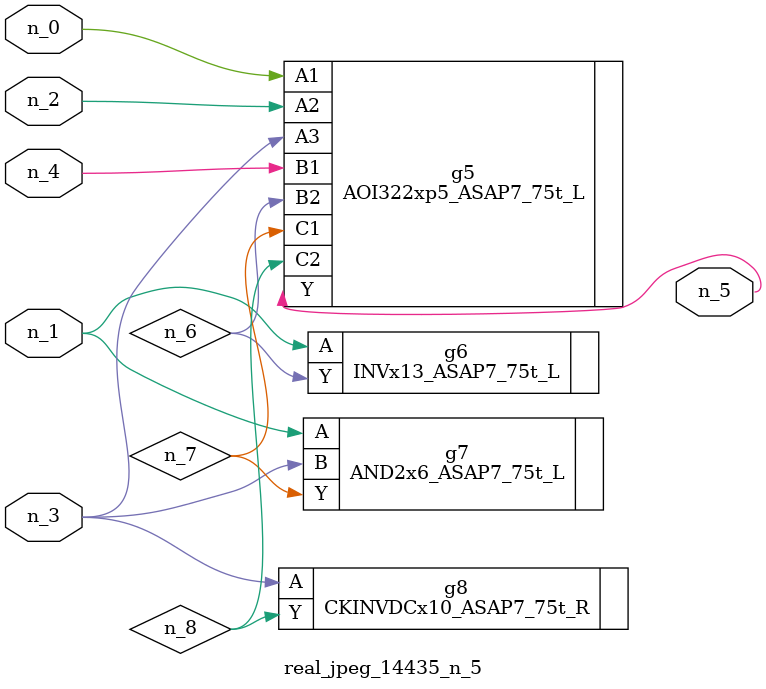
<source format=v>
module real_jpeg_14435_n_5 (n_4, n_0, n_1, n_2, n_3, n_5);

input n_4;
input n_0;
input n_1;
input n_2;
input n_3;

output n_5;

wire n_8;
wire n_6;
wire n_7;

AOI322xp5_ASAP7_75t_L g5 ( 
.A1(n_0),
.A2(n_2),
.A3(n_3),
.B1(n_4),
.B2(n_6),
.C1(n_7),
.C2(n_8),
.Y(n_5)
);

INVx13_ASAP7_75t_L g6 ( 
.A(n_1),
.Y(n_6)
);

AND2x6_ASAP7_75t_L g7 ( 
.A(n_1),
.B(n_3),
.Y(n_7)
);

CKINVDCx10_ASAP7_75t_R g8 ( 
.A(n_3),
.Y(n_8)
);


endmodule
</source>
